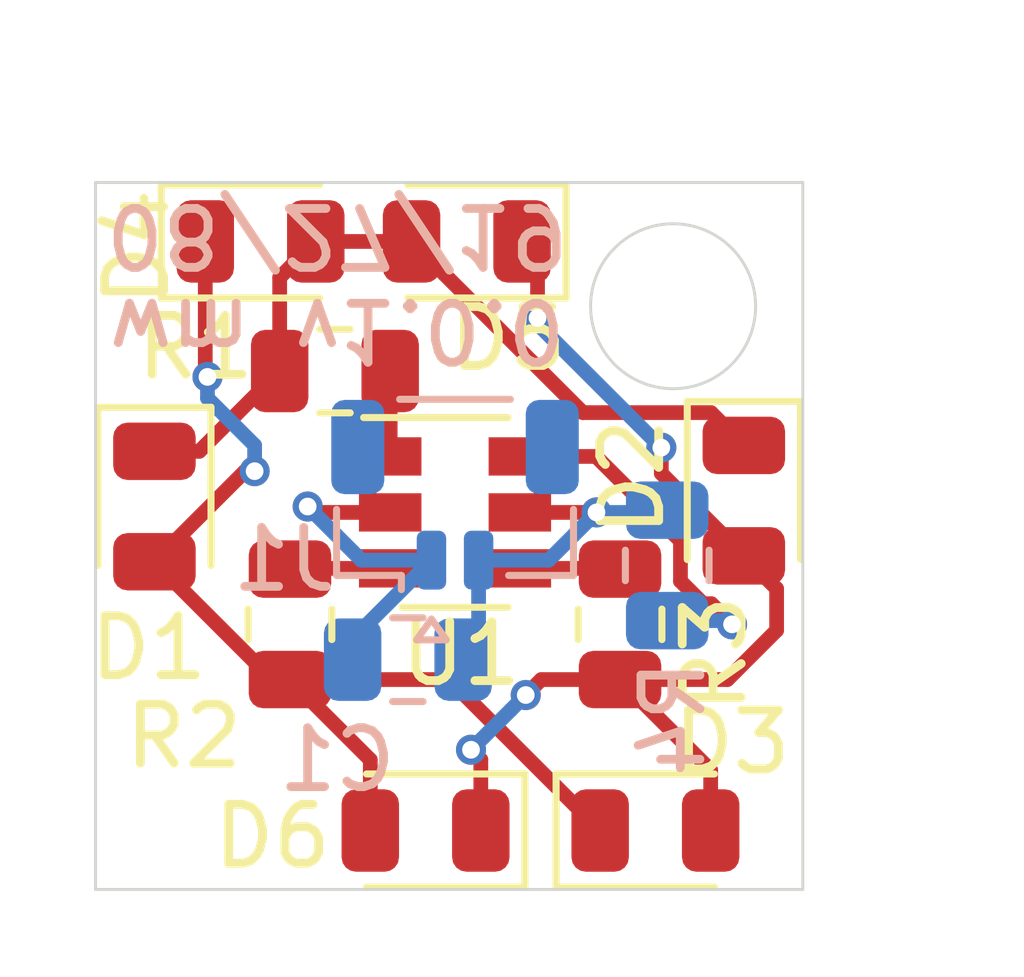
<source format=kicad_pcb>
(kicad_pcb (version 20171130) (host pcbnew "(5.1.4)-1")

  (general
    (thickness 1.6)
    (drawings 8)
    (tracks 77)
    (zones 0)
    (modules 13)
    (nets 10)
  )

  (page A4)
  (layers
    (0 F.Cu signal)
    (31 B.Cu signal)
    (32 B.Adhes user hide)
    (33 F.Adhes user hide)
    (34 B.Paste user hide)
    (35 F.Paste user hide)
    (36 B.SilkS user hide)
    (37 F.SilkS user hide)
    (38 B.Mask user hide)
    (39 F.Mask user)
    (40 Dwgs.User user)
    (41 Cmts.User user)
    (42 Eco1.User user)
    (43 Eco2.User user)
    (44 Edge.Cuts user)
    (45 Margin user)
    (46 B.CrtYd user)
    (47 F.CrtYd user)
    (48 B.Fab user)
    (49 F.Fab user)
  )

  (setup
    (last_trace_width 0.25)
    (user_trace_width 0.2)
    (trace_clearance 0.2)
    (zone_clearance 0.508)
    (zone_45_only no)
    (trace_min 0.2)
    (via_size 0.8)
    (via_drill 0.4)
    (via_min_size 0.4)
    (via_min_drill 0.3)
    (user_via 0.51 0.3)
    (uvia_size 0.3)
    (uvia_drill 0.1)
    (uvias_allowed no)
    (uvia_min_size 0.2)
    (uvia_min_drill 0.1)
    (edge_width 0.05)
    (segment_width 0.2)
    (pcb_text_width 0.3)
    (pcb_text_size 1.5 1.5)
    (mod_edge_width 0.12)
    (mod_text_size 1 1)
    (mod_text_width 0.15)
    (pad_size 1.524 1.524)
    (pad_drill 0.762)
    (pad_to_mask_clearance 0.051)
    (solder_mask_min_width 0.25)
    (aux_axis_origin 0 0)
    (visible_elements 7FFFFFFF)
    (pcbplotparams
      (layerselection 0x010fc_ffffffff)
      (usegerberextensions false)
      (usegerberattributes false)
      (usegerberadvancedattributes false)
      (creategerberjobfile false)
      (excludeedgelayer true)
      (linewidth 0.100000)
      (plotframeref false)
      (viasonmask false)
      (mode 1)
      (useauxorigin false)
      (hpglpennumber 1)
      (hpglpenspeed 20)
      (hpglpendiameter 15.000000)
      (psnegative false)
      (psa4output false)
      (plotreference true)
      (plotvalue true)
      (plotinvisibletext false)
      (padsonsilk false)
      (subtractmaskfromsilk false)
      (outputformat 1)
      (mirror false)
      (drillshape 1)
      (scaleselection 1)
      (outputdirectory ""))
  )

  (net 0 "")
  (net 1 "Net-(D1-Pad1)")
  (net 2 "Net-(D1-Pad2)")
  (net 3 "Net-(D2-Pad2)")
  (net 4 /GND)
  (net 5 /+5V)
  (net 6 "Net-(R1-Pad2)")
  (net 7 "Net-(R2-Pad2)")
  (net 8 "Net-(R3-Pad2)")
  (net 9 "Net-(R4-Pad2)")

  (net_class Default "This is the default net class."
    (clearance 0.2)
    (trace_width 0.25)
    (via_dia 0.8)
    (via_drill 0.4)
    (uvia_dia 0.3)
    (uvia_drill 0.1)
    (add_net /+5V)
    (add_net /GND)
    (add_net "Net-(D1-Pad1)")
    (add_net "Net-(D1-Pad2)")
    (add_net "Net-(D2-Pad2)")
    (add_net "Net-(R1-Pad2)")
    (add_net "Net-(R2-Pad2)")
    (add_net "Net-(R3-Pad2)")
    (add_net "Net-(R4-Pad2)")
  )

  (module Resistor_SMD:R_0805_2012Metric (layer B.Cu) (tedit 5B36C52B) (tstamp 5D6635AF)
    (at 174.6 110.5 270)
    (descr "Resistor SMD 0805 (2012 Metric), square (rectangular) end terminal, IPC_7351 nominal, (Body size source: https://docs.google.com/spreadsheets/d/1BsfQQcO9C6DZCsRaXUlFlo91Tg2WpOkGARC1WS5S8t0/edit?usp=sharing), generated with kicad-footprint-generator")
    (tags resistor)
    (path /5D670F7E)
    (attr smd)
    (fp_text reference R4 (at 2.6 -0.1 90) (layer B.SilkS)
      (effects (font (size 1 1) (thickness 0.15)) (justify mirror))
    )
    (fp_text value 10kR (at 0 -1.65 90) (layer B.Fab)
      (effects (font (size 1 1) (thickness 0.15)) (justify mirror))
    )
    (fp_text user %R (at 0 0 90) (layer B.Fab)
      (effects (font (size 0.5 0.5) (thickness 0.08)) (justify mirror))
    )
    (fp_line (start 1.68 -0.95) (end -1.68 -0.95) (layer B.CrtYd) (width 0.05))
    (fp_line (start 1.68 0.95) (end 1.68 -0.95) (layer B.CrtYd) (width 0.05))
    (fp_line (start -1.68 0.95) (end 1.68 0.95) (layer B.CrtYd) (width 0.05))
    (fp_line (start -1.68 -0.95) (end -1.68 0.95) (layer B.CrtYd) (width 0.05))
    (fp_line (start -0.258578 -0.71) (end 0.258578 -0.71) (layer B.SilkS) (width 0.12))
    (fp_line (start -0.258578 0.71) (end 0.258578 0.71) (layer B.SilkS) (width 0.12))
    (fp_line (start 1 -0.6) (end -1 -0.6) (layer B.Fab) (width 0.1))
    (fp_line (start 1 0.6) (end 1 -0.6) (layer B.Fab) (width 0.1))
    (fp_line (start -1 0.6) (end 1 0.6) (layer B.Fab) (width 0.1))
    (fp_line (start -1 -0.6) (end -1 0.6) (layer B.Fab) (width 0.1))
    (pad 2 smd roundrect (at 0.9375 0 270) (size 0.975 1.4) (layers B.Cu B.Paste B.Mask) (roundrect_rratio 0.25)
      (net 9 "Net-(R4-Pad2)"))
    (pad 1 smd roundrect (at -0.9375 0 270) (size 0.975 1.4) (layers B.Cu B.Paste B.Mask) (roundrect_rratio 0.25)
      (net 5 /+5V))
    (model ${KISYS3DMOD}/Resistor_SMD.3dshapes/R_0805_2012Metric.wrl
      (at (xyz 0 0 0))
      (scale (xyz 1 1 1))
      (rotate (xyz 0 0 0))
    )
  )

  (module Capacitor_SMD:C_0805_2012Metric (layer B.Cu) (tedit 5B36C52B) (tstamp 5D663430)
    (at 170.2 112.1 180)
    (descr "Capacitor SMD 0805 (2012 Metric), square (rectangular) end terminal, IPC_7351 nominal, (Body size source: https://docs.google.com/spreadsheets/d/1BsfQQcO9C6DZCsRaXUlFlo91Tg2WpOkGARC1WS5S8t0/edit?usp=sharing), generated with kicad-footprint-generator")
    (tags capacitor)
    (path /5D670924)
    (attr smd)
    (fp_text reference C1 (at 1.2 -1.7) (layer B.SilkS)
      (effects (font (size 1 1) (thickness 0.15)) (justify mirror))
    )
    (fp_text value 4.7uF (at 0 -1.65) (layer B.Fab)
      (effects (font (size 1 1) (thickness 0.15)) (justify mirror))
    )
    (fp_text user %R (at 0 0) (layer B.Fab)
      (effects (font (size 0.5 0.5) (thickness 0.08)) (justify mirror))
    )
    (fp_line (start 1.68 -0.95) (end -1.68 -0.95) (layer B.CrtYd) (width 0.05))
    (fp_line (start 1.68 0.95) (end 1.68 -0.95) (layer B.CrtYd) (width 0.05))
    (fp_line (start -1.68 0.95) (end 1.68 0.95) (layer B.CrtYd) (width 0.05))
    (fp_line (start -1.68 -0.95) (end -1.68 0.95) (layer B.CrtYd) (width 0.05))
    (fp_line (start -0.258578 -0.71) (end 0.258578 -0.71) (layer B.SilkS) (width 0.12))
    (fp_line (start -0.258578 0.71) (end 0.258578 0.71) (layer B.SilkS) (width 0.12))
    (fp_line (start 1 -0.6) (end -1 -0.6) (layer B.Fab) (width 0.1))
    (fp_line (start 1 0.6) (end 1 -0.6) (layer B.Fab) (width 0.1))
    (fp_line (start -1 0.6) (end 1 0.6) (layer B.Fab) (width 0.1))
    (fp_line (start -1 -0.6) (end -1 0.6) (layer B.Fab) (width 0.1))
    (pad 2 smd roundrect (at 0.9375 0 180) (size 0.975 1.4) (layers B.Cu B.Paste B.Mask) (roundrect_rratio 0.25)
      (net 4 /GND))
    (pad 1 smd roundrect (at -0.9375 0 180) (size 0.975 1.4) (layers B.Cu B.Paste B.Mask) (roundrect_rratio 0.25)
      (net 5 /+5V))
    (model ${KISYS3DMOD}/Capacitor_SMD.3dshapes/C_0805_2012Metric.wrl
      (at (xyz 0 0 0))
      (scale (xyz 1 1 1))
      (rotate (xyz 0 0 0))
    )
  )

  (module Resistor_SMD:R_0805_2012Metric (layer F.Cu) (tedit 5B36C52B) (tstamp 5D66158E)
    (at 173.8 111.5 90)
    (descr "Resistor SMD 0805 (2012 Metric), square (rectangular) end terminal, IPC_7351 nominal, (Body size source: https://docs.google.com/spreadsheets/d/1BsfQQcO9C6DZCsRaXUlFlo91Tg2WpOkGARC1WS5S8t0/edit?usp=sharing), generated with kicad-footprint-generator")
    (tags resistor)
    (path /5D665427)
    (attr smd)
    (fp_text reference R3 (at -0.5 1.6 90) (layer F.SilkS)
      (effects (font (size 1 1) (thickness 0.15)))
    )
    (fp_text value 220R (at 0 1.65 90) (layer F.Fab)
      (effects (font (size 1 1) (thickness 0.15)))
    )
    (fp_line (start -1 0.6) (end -1 -0.6) (layer F.Fab) (width 0.1))
    (fp_line (start -1 -0.6) (end 1 -0.6) (layer F.Fab) (width 0.1))
    (fp_line (start 1 -0.6) (end 1 0.6) (layer F.Fab) (width 0.1))
    (fp_line (start 1 0.6) (end -1 0.6) (layer F.Fab) (width 0.1))
    (fp_line (start -0.258578 -0.71) (end 0.258578 -0.71) (layer F.SilkS) (width 0.12))
    (fp_line (start -0.258578 0.71) (end 0.258578 0.71) (layer F.SilkS) (width 0.12))
    (fp_line (start -1.68 0.95) (end -1.68 -0.95) (layer F.CrtYd) (width 0.05))
    (fp_line (start -1.68 -0.95) (end 1.68 -0.95) (layer F.CrtYd) (width 0.05))
    (fp_line (start 1.68 -0.95) (end 1.68 0.95) (layer F.CrtYd) (width 0.05))
    (fp_line (start 1.68 0.95) (end -1.68 0.95) (layer F.CrtYd) (width 0.05))
    (fp_text user %R (at 0 0 90) (layer F.Fab)
      (effects (font (size 0.5 0.5) (thickness 0.08)))
    )
    (pad 1 smd roundrect (at -0.9375 0 90) (size 0.975 1.4) (layers F.Cu F.Paste F.Mask) (roundrect_rratio 0.25)
      (net 3 "Net-(D2-Pad2)"))
    (pad 2 smd roundrect (at 0.9375 0 90) (size 0.975 1.4) (layers F.Cu F.Paste F.Mask) (roundrect_rratio 0.25)
      (net 8 "Net-(R3-Pad2)"))
    (model ${KISYS3DMOD}/Resistor_SMD.3dshapes/R_0805_2012Metric.wrl
      (at (xyz 0 0 0))
      (scale (xyz 1 1 1))
      (rotate (xyz 0 0 0))
    )
  )

  (module Resistor_SMD:R_0805_2012Metric (layer F.Cu) (tedit 5B36C52B) (tstamp 5D66157D)
    (at 168.2 111.5 90)
    (descr "Resistor SMD 0805 (2012 Metric), square (rectangular) end terminal, IPC_7351 nominal, (Body size source: https://docs.google.com/spreadsheets/d/1BsfQQcO9C6DZCsRaXUlFlo91Tg2WpOkGARC1WS5S8t0/edit?usp=sharing), generated with kicad-footprint-generator")
    (tags resistor)
    (path /5D664E25)
    (attr smd)
    (fp_text reference R2 (at -1.9 -1.8 180) (layer F.SilkS)
      (effects (font (size 1 1) (thickness 0.15)))
    )
    (fp_text value 220R (at 0 1.65 90) (layer F.Fab)
      (effects (font (size 1 1) (thickness 0.15)))
    )
    (fp_line (start -1 0.6) (end -1 -0.6) (layer F.Fab) (width 0.1))
    (fp_line (start -1 -0.6) (end 1 -0.6) (layer F.Fab) (width 0.1))
    (fp_line (start 1 -0.6) (end 1 0.6) (layer F.Fab) (width 0.1))
    (fp_line (start 1 0.6) (end -1 0.6) (layer F.Fab) (width 0.1))
    (fp_line (start -0.258578 -0.71) (end 0.258578 -0.71) (layer F.SilkS) (width 0.12))
    (fp_line (start -0.258578 0.71) (end 0.258578 0.71) (layer F.SilkS) (width 0.12))
    (fp_line (start -1.68 0.95) (end -1.68 -0.95) (layer F.CrtYd) (width 0.05))
    (fp_line (start -1.68 -0.95) (end 1.68 -0.95) (layer F.CrtYd) (width 0.05))
    (fp_line (start 1.68 -0.95) (end 1.68 0.95) (layer F.CrtYd) (width 0.05))
    (fp_line (start 1.68 0.95) (end -1.68 0.95) (layer F.CrtYd) (width 0.05))
    (fp_text user %R (at 0 0 90) (layer F.Fab)
      (effects (font (size 0.5 0.5) (thickness 0.08)))
    )
    (pad 1 smd roundrect (at -0.9375 0 90) (size 0.975 1.4) (layers F.Cu F.Paste F.Mask) (roundrect_rratio 0.25)
      (net 2 "Net-(D1-Pad2)"))
    (pad 2 smd roundrect (at 0.9375 0 90) (size 0.975 1.4) (layers F.Cu F.Paste F.Mask) (roundrect_rratio 0.25)
      (net 7 "Net-(R2-Pad2)"))
    (model ${KISYS3DMOD}/Resistor_SMD.3dshapes/R_0805_2012Metric.wrl
      (at (xyz 0 0 0))
      (scale (xyz 1 1 1))
      (rotate (xyz 0 0 0))
    )
  )

  (module Resistor_SMD:R_0805_2012Metric (layer F.Cu) (tedit 5B36C52B) (tstamp 5D66156C)
    (at 168.9625 107.2)
    (descr "Resistor SMD 0805 (2012 Metric), square (rectangular) end terminal, IPC_7351 nominal, (Body size source: https://docs.google.com/spreadsheets/d/1BsfQQcO9C6DZCsRaXUlFlo91Tg2WpOkGARC1WS5S8t0/edit?usp=sharing), generated with kicad-footprint-generator")
    (tags resistor)
    (path /5D66058A)
    (attr smd)
    (fp_text reference R1 (at -2.3625 -0.4) (layer F.SilkS)
      (effects (font (size 1 1) (thickness 0.15)))
    )
    (fp_text value 220R (at 0 1.65) (layer F.Fab)
      (effects (font (size 1 1) (thickness 0.15)))
    )
    (fp_text user %R (at 0 0) (layer F.Fab)
      (effects (font (size 0.5 0.5) (thickness 0.08)))
    )
    (fp_line (start 1.68 0.95) (end -1.68 0.95) (layer F.CrtYd) (width 0.05))
    (fp_line (start 1.68 -0.95) (end 1.68 0.95) (layer F.CrtYd) (width 0.05))
    (fp_line (start -1.68 -0.95) (end 1.68 -0.95) (layer F.CrtYd) (width 0.05))
    (fp_line (start -1.68 0.95) (end -1.68 -0.95) (layer F.CrtYd) (width 0.05))
    (fp_line (start -0.258578 0.71) (end 0.258578 0.71) (layer F.SilkS) (width 0.12))
    (fp_line (start -0.258578 -0.71) (end 0.258578 -0.71) (layer F.SilkS) (width 0.12))
    (fp_line (start 1 0.6) (end -1 0.6) (layer F.Fab) (width 0.1))
    (fp_line (start 1 -0.6) (end 1 0.6) (layer F.Fab) (width 0.1))
    (fp_line (start -1 -0.6) (end 1 -0.6) (layer F.Fab) (width 0.1))
    (fp_line (start -1 0.6) (end -1 -0.6) (layer F.Fab) (width 0.1))
    (pad 2 smd roundrect (at 0.9375 0) (size 0.975 1.4) (layers F.Cu F.Paste F.Mask) (roundrect_rratio 0.25)
      (net 6 "Net-(R1-Pad2)"))
    (pad 1 smd roundrect (at -0.9375 0) (size 0.975 1.4) (layers F.Cu F.Paste F.Mask) (roundrect_rratio 0.25)
      (net 1 "Net-(D1-Pad1)"))
    (model ${KISYS3DMOD}/Resistor_SMD.3dshapes/R_0805_2012Metric.wrl
      (at (xyz 0 0 0))
      (scale (xyz 1 1 1))
      (rotate (xyz 0 0 0))
    )
  )

  (module LED_SMD:LED_0805_2012Metric (layer F.Cu) (tedit 5B36C52C) (tstamp 5D6561DA)
    (at 165.9 109.5 270)
    (descr "LED SMD 0805 (2012 Metric), square (rectangular) end terminal, IPC_7351 nominal, (Body size source: https://docs.google.com/spreadsheets/d/1BsfQQcO9C6DZCsRaXUlFlo91Tg2WpOkGARC1WS5S8t0/edit?usp=sharing), generated with kicad-footprint-generator")
    (tags diode)
    (path /5D6404FA)
    (attr smd)
    (fp_text reference D1 (at 2.4 0.1 180) (layer F.SilkS)
      (effects (font (size 1 1) (thickness 0.15)))
    )
    (fp_text value LED (at 0 1.65 90) (layer F.Fab)
      (effects (font (size 1 1) (thickness 0.15)))
    )
    (fp_line (start 1 -0.6) (end -0.7 -0.6) (layer F.Fab) (width 0.1))
    (fp_line (start -0.7 -0.6) (end -1 -0.3) (layer F.Fab) (width 0.1))
    (fp_line (start -1 -0.3) (end -1 0.6) (layer F.Fab) (width 0.1))
    (fp_line (start -1 0.6) (end 1 0.6) (layer F.Fab) (width 0.1))
    (fp_line (start 1 0.6) (end 1 -0.6) (layer F.Fab) (width 0.1))
    (fp_line (start 1 -0.96) (end -1.685 -0.96) (layer F.SilkS) (width 0.12))
    (fp_line (start -1.685 -0.96) (end -1.685 0.96) (layer F.SilkS) (width 0.12))
    (fp_line (start -1.685 0.96) (end 1 0.96) (layer F.SilkS) (width 0.12))
    (fp_line (start -1.68 0.95) (end -1.68 -0.95) (layer F.CrtYd) (width 0.05))
    (fp_line (start -1.68 -0.95) (end 1.68 -0.95) (layer F.CrtYd) (width 0.05))
    (fp_line (start 1.68 -0.95) (end 1.68 0.95) (layer F.CrtYd) (width 0.05))
    (fp_line (start 1.68 0.95) (end -1.68 0.95) (layer F.CrtYd) (width 0.05))
    (fp_text user %R (at 0 0 90) (layer F.Fab)
      (effects (font (size 0.5 0.5) (thickness 0.08)))
    )
    (pad 1 smd roundrect (at -0.9375 0 270) (size 0.975 1.4) (layers F.Cu F.Paste F.Mask) (roundrect_rratio 0.25)
      (net 1 "Net-(D1-Pad1)"))
    (pad 2 smd roundrect (at 0.9375 0 270) (size 0.975 1.4) (layers F.Cu F.Paste F.Mask) (roundrect_rratio 0.25)
      (net 2 "Net-(D1-Pad2)"))
    (model ${KISYS3DMOD}/LED_SMD.3dshapes/LED_0805_2012Metric.wrl
      (at (xyz 0 0 0))
      (scale (xyz 1 1 1))
      (rotate (xyz 0 0 0))
    )
  )

  (module LED_SMD:LED_0805_2012Metric (layer F.Cu) (tedit 5B36C52C) (tstamp 5D6561ED)
    (at 175.9 109.4 270)
    (descr "LED SMD 0805 (2012 Metric), square (rectangular) end terminal, IPC_7351 nominal, (Body size source: https://docs.google.com/spreadsheets/d/1BsfQQcO9C6DZCsRaXUlFlo91Tg2WpOkGARC1WS5S8t0/edit?usp=sharing), generated with kicad-footprint-generator")
    (tags diode)
    (path /5D642A70)
    (attr smd)
    (fp_text reference D2 (at -0.4 1.9 90) (layer F.SilkS)
      (effects (font (size 1 1) (thickness 0.15)))
    )
    (fp_text value LED (at 0 1.65 90) (layer F.Fab)
      (effects (font (size 1 1) (thickness 0.15)))
    )
    (fp_line (start 1 -0.6) (end -0.7 -0.6) (layer F.Fab) (width 0.1))
    (fp_line (start -0.7 -0.6) (end -1 -0.3) (layer F.Fab) (width 0.1))
    (fp_line (start -1 -0.3) (end -1 0.6) (layer F.Fab) (width 0.1))
    (fp_line (start -1 0.6) (end 1 0.6) (layer F.Fab) (width 0.1))
    (fp_line (start 1 0.6) (end 1 -0.6) (layer F.Fab) (width 0.1))
    (fp_line (start 1 -0.96) (end -1.685 -0.96) (layer F.SilkS) (width 0.12))
    (fp_line (start -1.685 -0.96) (end -1.685 0.96) (layer F.SilkS) (width 0.12))
    (fp_line (start -1.685 0.96) (end 1 0.96) (layer F.SilkS) (width 0.12))
    (fp_line (start -1.68 0.95) (end -1.68 -0.95) (layer F.CrtYd) (width 0.05))
    (fp_line (start -1.68 -0.95) (end 1.68 -0.95) (layer F.CrtYd) (width 0.05))
    (fp_line (start 1.68 -0.95) (end 1.68 0.95) (layer F.CrtYd) (width 0.05))
    (fp_line (start 1.68 0.95) (end -1.68 0.95) (layer F.CrtYd) (width 0.05))
    (fp_text user %R (at 0 0 90) (layer F.Fab)
      (effects (font (size 0.5 0.5) (thickness 0.08)))
    )
    (pad 1 smd roundrect (at -0.9375 0 270) (size 0.975 1.4) (layers F.Cu F.Paste F.Mask) (roundrect_rratio 0.25)
      (net 1 "Net-(D1-Pad1)"))
    (pad 2 smd roundrect (at 0.9375 0 270) (size 0.975 1.4) (layers F.Cu F.Paste F.Mask) (roundrect_rratio 0.25)
      (net 3 "Net-(D2-Pad2)"))
    (model ${KISYS3DMOD}/LED_SMD.3dshapes/LED_0805_2012Metric.wrl
      (at (xyz 0 0 0))
      (scale (xyz 1 1 1))
      (rotate (xyz 0 0 0))
    )
  )

  (module LED_SMD:LED_0805_2012Metric (layer F.Cu) (tedit 5B36C52C) (tstamp 5D656200)
    (at 174.4 115)
    (descr "LED SMD 0805 (2012 Metric), square (rectangular) end terminal, IPC_7351 nominal, (Body size source: https://docs.google.com/spreadsheets/d/1BsfQQcO9C6DZCsRaXUlFlo91Tg2WpOkGARC1WS5S8t0/edit?usp=sharing), generated with kicad-footprint-generator")
    (tags diode)
    (path /5D643360)
    (attr smd)
    (fp_text reference D3 (at 1.3 -1.5) (layer F.SilkS)
      (effects (font (size 1 1) (thickness 0.15)))
    )
    (fp_text value LED (at 0 1.65) (layer F.Fab)
      (effects (font (size 1 1) (thickness 0.15)))
    )
    (fp_line (start 1 -0.6) (end -0.7 -0.6) (layer F.Fab) (width 0.1))
    (fp_line (start -0.7 -0.6) (end -1 -0.3) (layer F.Fab) (width 0.1))
    (fp_line (start -1 -0.3) (end -1 0.6) (layer F.Fab) (width 0.1))
    (fp_line (start -1 0.6) (end 1 0.6) (layer F.Fab) (width 0.1))
    (fp_line (start 1 0.6) (end 1 -0.6) (layer F.Fab) (width 0.1))
    (fp_line (start 1 -0.96) (end -1.685 -0.96) (layer F.SilkS) (width 0.12))
    (fp_line (start -1.685 -0.96) (end -1.685 0.96) (layer F.SilkS) (width 0.12))
    (fp_line (start -1.685 0.96) (end 1 0.96) (layer F.SilkS) (width 0.12))
    (fp_line (start -1.68 0.95) (end -1.68 -0.95) (layer F.CrtYd) (width 0.05))
    (fp_line (start -1.68 -0.95) (end 1.68 -0.95) (layer F.CrtYd) (width 0.05))
    (fp_line (start 1.68 -0.95) (end 1.68 0.95) (layer F.CrtYd) (width 0.05))
    (fp_line (start 1.68 0.95) (end -1.68 0.95) (layer F.CrtYd) (width 0.05))
    (fp_text user %R (at 0 0) (layer F.Fab)
      (effects (font (size 0.5 0.5) (thickness 0.08)))
    )
    (pad 1 smd roundrect (at -0.9375 0) (size 0.975 1.4) (layers F.Cu F.Paste F.Mask) (roundrect_rratio 0.25)
      (net 2 "Net-(D1-Pad2)"))
    (pad 2 smd roundrect (at 0.9375 0) (size 0.975 1.4) (layers F.Cu F.Paste F.Mask) (roundrect_rratio 0.25)
      (net 3 "Net-(D2-Pad2)"))
    (model ${KISYS3DMOD}/LED_SMD.3dshapes/LED_0805_2012Metric.wrl
      (at (xyz 0 0 0))
      (scale (xyz 1 1 1))
      (rotate (xyz 0 0 0))
    )
  )

  (module LED_SMD:LED_0805_2012Metric (layer F.Cu) (tedit 5B36C52C) (tstamp 5D656213)
    (at 167.7 105)
    (descr "LED SMD 0805 (2012 Metric), square (rectangular) end terminal, IPC_7351 nominal, (Body size source: https://docs.google.com/spreadsheets/d/1BsfQQcO9C6DZCsRaXUlFlo91Tg2WpOkGARC1WS5S8t0/edit?usp=sharing), generated with kicad-footprint-generator")
    (tags diode)
    (path /5D6434EF)
    (attr smd)
    (fp_text reference D4 (at -2.1 0.1 90) (layer F.SilkS)
      (effects (font (size 1 1) (thickness 0.15)))
    )
    (fp_text value LED (at 0 1.65) (layer F.Fab)
      (effects (font (size 1 1) (thickness 0.15)))
    )
    (fp_text user %R (at 0 0) (layer F.Fab)
      (effects (font (size 0.5 0.5) (thickness 0.08)))
    )
    (fp_line (start 1.68 0.95) (end -1.68 0.95) (layer F.CrtYd) (width 0.05))
    (fp_line (start 1.68 -0.95) (end 1.68 0.95) (layer F.CrtYd) (width 0.05))
    (fp_line (start -1.68 -0.95) (end 1.68 -0.95) (layer F.CrtYd) (width 0.05))
    (fp_line (start -1.68 0.95) (end -1.68 -0.95) (layer F.CrtYd) (width 0.05))
    (fp_line (start -1.685 0.96) (end 1 0.96) (layer F.SilkS) (width 0.12))
    (fp_line (start -1.685 -0.96) (end -1.685 0.96) (layer F.SilkS) (width 0.12))
    (fp_line (start 1 -0.96) (end -1.685 -0.96) (layer F.SilkS) (width 0.12))
    (fp_line (start 1 0.6) (end 1 -0.6) (layer F.Fab) (width 0.1))
    (fp_line (start -1 0.6) (end 1 0.6) (layer F.Fab) (width 0.1))
    (fp_line (start -1 -0.3) (end -1 0.6) (layer F.Fab) (width 0.1))
    (fp_line (start -0.7 -0.6) (end -1 -0.3) (layer F.Fab) (width 0.1))
    (fp_line (start 1 -0.6) (end -0.7 -0.6) (layer F.Fab) (width 0.1))
    (pad 2 smd roundrect (at 0.9375 0) (size 0.975 1.4) (layers F.Cu F.Paste F.Mask) (roundrect_rratio 0.25)
      (net 1 "Net-(D1-Pad1)"))
    (pad 1 smd roundrect (at -0.9375 0) (size 0.975 1.4) (layers F.Cu F.Paste F.Mask) (roundrect_rratio 0.25)
      (net 2 "Net-(D1-Pad2)"))
    (model ${KISYS3DMOD}/LED_SMD.3dshapes/LED_0805_2012Metric.wrl
      (at (xyz 0 0 0))
      (scale (xyz 1 1 1))
      (rotate (xyz 0 0 0))
    )
  )

  (module LED_SMD:LED_0805_2012Metric (layer F.Cu) (tedit 5B36C52C) (tstamp 5D656226)
    (at 171.2 105 180)
    (descr "LED SMD 0805 (2012 Metric), square (rectangular) end terminal, IPC_7351 nominal, (Body size source: https://docs.google.com/spreadsheets/d/1BsfQQcO9C6DZCsRaXUlFlo91Tg2WpOkGARC1WS5S8t0/edit?usp=sharing), generated with kicad-footprint-generator")
    (tags diode)
    (path /5D642DEB)
    (attr smd)
    (fp_text reference D5 (at -0.7 -1.65) (layer F.SilkS)
      (effects (font (size 1 1) (thickness 0.15)))
    )
    (fp_text value LED (at 0 1.65) (layer F.Fab)
      (effects (font (size 1 1) (thickness 0.15)))
    )
    (fp_text user %R (at 0 0) (layer F.Fab)
      (effects (font (size 0.5 0.5) (thickness 0.08)))
    )
    (fp_line (start 1.68 0.95) (end -1.68 0.95) (layer F.CrtYd) (width 0.05))
    (fp_line (start 1.68 -0.95) (end 1.68 0.95) (layer F.CrtYd) (width 0.05))
    (fp_line (start -1.68 -0.95) (end 1.68 -0.95) (layer F.CrtYd) (width 0.05))
    (fp_line (start -1.68 0.95) (end -1.68 -0.95) (layer F.CrtYd) (width 0.05))
    (fp_line (start -1.685 0.96) (end 1 0.96) (layer F.SilkS) (width 0.12))
    (fp_line (start -1.685 -0.96) (end -1.685 0.96) (layer F.SilkS) (width 0.12))
    (fp_line (start 1 -0.96) (end -1.685 -0.96) (layer F.SilkS) (width 0.12))
    (fp_line (start 1 0.6) (end 1 -0.6) (layer F.Fab) (width 0.1))
    (fp_line (start -1 0.6) (end 1 0.6) (layer F.Fab) (width 0.1))
    (fp_line (start -1 -0.3) (end -1 0.6) (layer F.Fab) (width 0.1))
    (fp_line (start -0.7 -0.6) (end -1 -0.3) (layer F.Fab) (width 0.1))
    (fp_line (start 1 -0.6) (end -0.7 -0.6) (layer F.Fab) (width 0.1))
    (pad 2 smd roundrect (at 0.9375 0 180) (size 0.975 1.4) (layers F.Cu F.Paste F.Mask) (roundrect_rratio 0.25)
      (net 1 "Net-(D1-Pad1)"))
    (pad 1 smd roundrect (at -0.9375 0 180) (size 0.975 1.4) (layers F.Cu F.Paste F.Mask) (roundrect_rratio 0.25)
      (net 3 "Net-(D2-Pad2)"))
    (model ${KISYS3DMOD}/LED_SMD.3dshapes/LED_0805_2012Metric.wrl
      (at (xyz 0 0 0))
      (scale (xyz 1 1 1))
      (rotate (xyz 0 0 0))
    )
  )

  (module LED_SMD:LED_0805_2012Metric (layer F.Cu) (tedit 5B36C52C) (tstamp 5D656239)
    (at 170.5 115 180)
    (descr "LED SMD 0805 (2012 Metric), square (rectangular) end terminal, IPC_7351 nominal, (Body size source: https://docs.google.com/spreadsheets/d/1BsfQQcO9C6DZCsRaXUlFlo91Tg2WpOkGARC1WS5S8t0/edit?usp=sharing), generated with kicad-footprint-generator")
    (tags diode)
    (path /5D642521)
    (attr smd)
    (fp_text reference D6 (at 2.6 -0.1) (layer F.SilkS)
      (effects (font (size 1 1) (thickness 0.15)))
    )
    (fp_text value LED (at 0 1.65) (layer F.Fab)
      (effects (font (size 1 1) (thickness 0.15)))
    )
    (fp_text user %R (at 0 0) (layer F.Fab)
      (effects (font (size 0.5 0.5) (thickness 0.08)))
    )
    (fp_line (start 1.68 0.95) (end -1.68 0.95) (layer F.CrtYd) (width 0.05))
    (fp_line (start 1.68 -0.95) (end 1.68 0.95) (layer F.CrtYd) (width 0.05))
    (fp_line (start -1.68 -0.95) (end 1.68 -0.95) (layer F.CrtYd) (width 0.05))
    (fp_line (start -1.68 0.95) (end -1.68 -0.95) (layer F.CrtYd) (width 0.05))
    (fp_line (start -1.685 0.96) (end 1 0.96) (layer F.SilkS) (width 0.12))
    (fp_line (start -1.685 -0.96) (end -1.685 0.96) (layer F.SilkS) (width 0.12))
    (fp_line (start 1 -0.96) (end -1.685 -0.96) (layer F.SilkS) (width 0.12))
    (fp_line (start 1 0.6) (end 1 -0.6) (layer F.Fab) (width 0.1))
    (fp_line (start -1 0.6) (end 1 0.6) (layer F.Fab) (width 0.1))
    (fp_line (start -1 -0.3) (end -1 0.6) (layer F.Fab) (width 0.1))
    (fp_line (start -0.7 -0.6) (end -1 -0.3) (layer F.Fab) (width 0.1))
    (fp_line (start 1 -0.6) (end -0.7 -0.6) (layer F.Fab) (width 0.1))
    (pad 2 smd roundrect (at 0.9375 0 180) (size 0.975 1.4) (layers F.Cu F.Paste F.Mask) (roundrect_rratio 0.25)
      (net 2 "Net-(D1-Pad2)"))
    (pad 1 smd roundrect (at -0.9375 0 180) (size 0.975 1.4) (layers F.Cu F.Paste F.Mask) (roundrect_rratio 0.25)
      (net 3 "Net-(D2-Pad2)"))
    (model ${KISYS3DMOD}/LED_SMD.3dshapes/LED_0805_2012Metric.wrl
      (at (xyz 0 0 0))
      (scale (xyz 1 1 1))
      (rotate (xyz 0 0 0))
    )
  )

  (module Connector_Hirose:Hirose_DF52-2S-0.8H_1x02-1MP_P0.80mm_Horizontal (layer B.Cu) (tedit 5B78AD86) (tstamp 5D656255)
    (at 171 109.3)
    (descr "Hirose  series connector, DF52-2S-0.8H (https://www.hirose.com/product/en/products/DF52/DF52-3S-0.8H%2821%29/), generated with kicad-footprint-generator")
    (tags "connector Hirose  top entry")
    (path /5D651B95)
    (attr smd)
    (fp_text reference J1 (at -2.9 1.1) (layer B.SilkS)
      (effects (font (size 1 1) (thickness 0.15)) (justify mirror))
    )
    (fp_text value Conn_01x02_Female (at 0 -2.81) (layer B.Fab)
      (effects (font (size 1 1) (thickness 0.15)) (justify mirror))
    )
    (fp_line (start -1.9 1.26) (end 1.9 1.26) (layer B.Fab) (width 0.1))
    (fp_line (start -2.01 0.25) (end -2.01 1.37) (layer B.SilkS) (width 0.12))
    (fp_line (start -2.01 1.37) (end -0.91 1.37) (layer B.SilkS) (width 0.12))
    (fp_line (start -0.91 1.37) (end -0.91 1.61) (layer B.SilkS) (width 0.12))
    (fp_line (start 2.01 0.25) (end 2.01 1.37) (layer B.SilkS) (width 0.12))
    (fp_line (start 2.01 1.37) (end 0.91 1.37) (layer B.SilkS) (width 0.12))
    (fp_line (start -0.94 -1.62) (end 0.94 -1.62) (layer B.SilkS) (width 0.12))
    (fp_line (start -1.9 -1.51) (end 1.9 -1.51) (layer B.Fab) (width 0.1))
    (fp_line (start -1.9 1.26) (end -1.9 -1.51) (layer B.Fab) (width 0.1))
    (fp_line (start 1.9 1.26) (end 1.9 -1.51) (layer B.Fab) (width 0.1))
    (fp_line (start -2.6 2.11) (end -2.6 -2.11) (layer B.CrtYd) (width 0.05))
    (fp_line (start -2.6 -2.11) (end 2.6 -2.11) (layer B.CrtYd) (width 0.05))
    (fp_line (start 2.6 -2.11) (end 2.6 2.11) (layer B.CrtYd) (width 0.05))
    (fp_line (start 2.6 2.11) (end -2.6 2.11) (layer B.CrtYd) (width 0.05))
    (fp_line (start -0.9 1.26) (end -0.4 0.552893) (layer B.Fab) (width 0.1))
    (fp_line (start -0.4 0.552893) (end 0.1 1.26) (layer B.Fab) (width 0.1))
    (fp_line (start -0.65 2.463553) (end -0.4 2.11) (layer B.SilkS) (width 0.12))
    (fp_line (start -0.4 2.11) (end -0.15 2.463553) (layer B.SilkS) (width 0.12))
    (fp_line (start -0.15 2.463553) (end -0.65 2.463553) (layer B.SilkS) (width 0.12))
    (fp_text user %R (at 0 -0.84) (layer B.Fab)
      (effects (font (size 0.95 0.95) (thickness 0.14)) (justify mirror))
    )
    (pad 1 smd roundrect (at -0.4 1.11) (size 0.5 1) (layers B.Cu B.Paste B.Mask) (roundrect_rratio 0.25)
      (net 4 /GND))
    (pad 2 smd roundrect (at 0.4 1.11) (size 0.5 1) (layers B.Cu B.Paste B.Mask) (roundrect_rratio 0.25)
      (net 5 /+5V))
    (pad MP smd roundrect (at -1.65 -0.81) (size 0.9 1.6) (layers B.Cu B.Paste B.Mask) (roundrect_rratio 0.25))
    (pad MP smd roundrect (at 1.65 -0.81) (size 0.9 1.6) (layers B.Cu B.Paste B.Mask) (roundrect_rratio 0.25))
    (model ${KISYS3DMOD}/Connector_Hirose.3dshapes/Hirose_DF52-2S-0.8H_1x02-1MP_P0.80mm_Horizontal.wrl
      (at (xyz 0 0 0))
      (scale (xyz 1 1 1))
      (rotate (xyz 0 0 0))
    )
  )

  (module Package_TO_SOT_SMD:SOT-23-6 (layer F.Cu) (tedit 5A02FF57) (tstamp 5D65626B)
    (at 171 109.6)
    (descr "6-pin SOT-23 package")
    (tags SOT-23-6)
    (path /5D63BDA8)
    (attr smd)
    (fp_text reference U1 (at 0.1 2.4) (layer F.SilkS)
      (effects (font (size 1 1) (thickness 0.15)))
    )
    (fp_text value ATtiny10-TS (at 0 2.9) (layer F.Fab)
      (effects (font (size 1 1) (thickness 0.15)))
    )
    (fp_text user %R (at 0 0 90) (layer F.Fab)
      (effects (font (size 0.5 0.5) (thickness 0.075)))
    )
    (fp_line (start -0.9 1.61) (end 0.9 1.61) (layer F.SilkS) (width 0.12))
    (fp_line (start 0.9 -1.61) (end -1.55 -1.61) (layer F.SilkS) (width 0.12))
    (fp_line (start 1.9 -1.8) (end -1.9 -1.8) (layer F.CrtYd) (width 0.05))
    (fp_line (start 1.9 1.8) (end 1.9 -1.8) (layer F.CrtYd) (width 0.05))
    (fp_line (start -1.9 1.8) (end 1.9 1.8) (layer F.CrtYd) (width 0.05))
    (fp_line (start -1.9 -1.8) (end -1.9 1.8) (layer F.CrtYd) (width 0.05))
    (fp_line (start -0.9 -0.9) (end -0.25 -1.55) (layer F.Fab) (width 0.1))
    (fp_line (start 0.9 -1.55) (end -0.25 -1.55) (layer F.Fab) (width 0.1))
    (fp_line (start -0.9 -0.9) (end -0.9 1.55) (layer F.Fab) (width 0.1))
    (fp_line (start 0.9 1.55) (end -0.9 1.55) (layer F.Fab) (width 0.1))
    (fp_line (start 0.9 -1.55) (end 0.9 1.55) (layer F.Fab) (width 0.1))
    (pad 1 smd rect (at -1.1 -0.95) (size 1.06 0.65) (layers F.Cu F.Paste F.Mask)
      (net 6 "Net-(R1-Pad2)"))
    (pad 2 smd rect (at -1.1 0) (size 1.06 0.65) (layers F.Cu F.Paste F.Mask)
      (net 4 /GND))
    (pad 3 smd rect (at -1.1 0.95) (size 1.06 0.65) (layers F.Cu F.Paste F.Mask)
      (net 7 "Net-(R2-Pad2)"))
    (pad 4 smd rect (at 1.1 0.95) (size 1.06 0.65) (layers F.Cu F.Paste F.Mask)
      (net 8 "Net-(R3-Pad2)"))
    (pad 6 smd rect (at 1.1 -0.95) (size 1.06 0.65) (layers F.Cu F.Paste F.Mask)
      (net 9 "Net-(R4-Pad2)"))
    (pad 5 smd rect (at 1.1 0) (size 1.06 0.65) (layers F.Cu F.Paste F.Mask)
      (net 5 /+5V))
    (model ${KISYS3DMOD}/Package_TO_SOT_SMD.3dshapes/SOT-23-6.wrl
      (at (xyz 0 0 0))
      (scale (xyz 1 1 1))
      (rotate (xyz 0 0 0))
    )
  )

  (gr_text "wm v1.0.0\n08/27/19" (at 169 105.7 180) (layer B.SilkS)
    (effects (font (size 1 1) (thickness 0.15)) (justify mirror))
  )
  (gr_circle (center 174.7 106.1) (end 176.1 106.1) (layer Edge.Cuts) (width 0.05))
  (dimension 12 (width 0.15) (layer Dwgs.User)
    (gr_text "12.000 mm" (at 179.3 110 270) (layer Dwgs.User)
      (effects (font (size 1 1) (thickness 0.15)))
    )
    (feature1 (pts (xy 176.9 116) (xy 178.586421 116)))
    (feature2 (pts (xy 176.9 104) (xy 178.586421 104)))
    (crossbar (pts (xy 178 104) (xy 178 116)))
    (arrow1a (pts (xy 178 116) (xy 177.413579 114.873496)))
    (arrow1b (pts (xy 178 116) (xy 178.586421 114.873496)))
    (arrow2a (pts (xy 178 104) (xy 177.413579 105.126504)))
    (arrow2b (pts (xy 178 104) (xy 178.586421 105.126504)))
  )
  (dimension 12 (width 0.15) (layer Dwgs.User)
    (gr_text "12.000 mm" (at 170.9 101.6) (layer Dwgs.User)
      (effects (font (size 1 1) (thickness 0.15)))
    )
    (feature1 (pts (xy 176.9 104) (xy 176.9 102.313579)))
    (feature2 (pts (xy 164.9 104) (xy 164.9 102.313579)))
    (crossbar (pts (xy 164.9 102.9) (xy 176.9 102.9)))
    (arrow1a (pts (xy 176.9 102.9) (xy 175.773496 103.486421)))
    (arrow1b (pts (xy 176.9 102.9) (xy 175.773496 102.313579)))
    (arrow2a (pts (xy 164.9 102.9) (xy 166.026504 103.486421)))
    (arrow2b (pts (xy 164.9 102.9) (xy 166.026504 102.313579)))
  )
  (gr_line (start 164.9 116) (end 164.9 104) (layer Edge.Cuts) (width 0.05) (tstamp 5D6563F8))
  (gr_line (start 176.9 116) (end 164.9 116) (layer Edge.Cuts) (width 0.05))
  (gr_line (start 176.9 104) (end 176.9 116) (layer Edge.Cuts) (width 0.05))
  (gr_line (start 164.9 104) (end 176.9 104) (layer Edge.Cuts) (width 0.05))

  (segment (start 168.025 105.6125) (end 168.6375 105) (width 0.25) (layer F.Cu) (net 1))
  (segment (start 168.025 107.2) (end 168.025 105.6125) (width 0.25) (layer F.Cu) (net 1))
  (segment (start 166.6625 108.5625) (end 165.9 108.5625) (width 0.25) (layer F.Cu) (net 1))
  (segment (start 168.025 107.2) (end 166.6625 108.5625) (width 0.25) (layer F.Cu) (net 1))
  (segment (start 168.6375 105) (end 170.2625 105) (width 0.25) (layer F.Cu) (net 1))
  (segment (start 170.818737 105.556237) (end 170.2625 105) (width 0.25) (layer F.Cu) (net 1))
  (segment (start 173.168763 107.906263) (end 170.818737 105.556237) (width 0.25) (layer F.Cu) (net 1))
  (segment (start 175.343763 107.906263) (end 173.168763 107.906263) (width 0.25) (layer F.Cu) (net 1))
  (segment (start 175.9 108.4625) (end 175.343763 107.906263) (width 0.25) (layer F.Cu) (net 1))
  (segment (start 167.9 112.4375) (end 168.2 112.4375) (width 0.25) (layer F.Cu) (net 2))
  (segment (start 165.9 110.4375) (end 167.9 112.4375) (width 0.25) (layer F.Cu) (net 2))
  (segment (start 170.9 112.4375) (end 173.4625 115) (width 0.25) (layer F.Cu) (net 2))
  (segment (start 168.2 112.4375) (end 170.9 112.4375) (width 0.25) (layer F.Cu) (net 2))
  (via (at 166.8 107.3) (size 0.51) (drill 0.3) (layers F.Cu B.Cu) (net 2))
  (segment (start 166.7625 105) (end 166.7625 107.2625) (width 0.25) (layer F.Cu) (net 2))
  (segment (start 166.7625 107.2625) (end 166.8 107.3) (width 0.25) (layer F.Cu) (net 2))
  (segment (start 166.8 107.660624) (end 167.6 108.460624) (width 0.25) (layer B.Cu) (net 2))
  (segment (start 166.8 107.3) (end 166.8 107.660624) (width 0.25) (layer B.Cu) (net 2))
  (via (at 167.6 108.9) (size 0.51) (drill 0.3) (layers F.Cu B.Cu) (net 2))
  (segment (start 167.6 108.460624) (end 167.6 108.9) (width 0.25) (layer B.Cu) (net 2))
  (segment (start 167.4375 108.9) (end 165.9 110.4375) (width 0.25) (layer F.Cu) (net 2))
  (segment (start 167.6 108.9) (end 167.4375 108.9) (width 0.25) (layer F.Cu) (net 2))
  (segment (start 169.5625 113.8) (end 168.2 112.4375) (width 0.25) (layer F.Cu) (net 2))
  (segment (start 169.5625 115) (end 169.5625 113.8) (width 0.25) (layer F.Cu) (net 2))
  (segment (start 175.3375 113.975) (end 175.3375 115) (width 0.25) (layer F.Cu) (net 3))
  (segment (start 173.8 112.4375) (end 175.3375 113.975) (width 0.25) (layer F.Cu) (net 3))
  (via (at 172.2 112.7) (size 0.51) (drill 0.3) (layers F.Cu B.Cu) (net 3))
  (segment (start 173.8 112.4375) (end 172.4625 112.4375) (width 0.25) (layer F.Cu) (net 3))
  (segment (start 172.4625 112.4375) (end 172.2 112.7) (width 0.25) (layer F.Cu) (net 3))
  (segment (start 172.2 112.7) (end 171.945001 112.954999) (width 0.25) (layer B.Cu) (net 3))
  (via (at 171.271128 113.628872) (size 0.51) (drill 0.3) (layers F.Cu B.Cu) (net 3))
  (segment (start 171.945001 112.954999) (end 171.271128 113.628872) (width 0.25) (layer B.Cu) (net 3))
  (via (at 174.5 108.5) (size 0.51) (drill 0.3) (layers F.Cu B.Cu) (net 3))
  (via (at 172.4 106.3) (size 0.51) (drill 0.3) (layers F.Cu B.Cu) (net 3))
  (segment (start 172.4 105.2625) (end 172.1375 105) (width 0.25) (layer F.Cu) (net 3))
  (segment (start 172.4 106.3) (end 172.4 105.2625) (width 0.25) (layer F.Cu) (net 3))
  (segment (start 171.4375 113.795244) (end 171.271128 113.628872) (width 0.25) (layer F.Cu) (net 3))
  (segment (start 171.4375 115) (end 171.4375 113.795244) (width 0.25) (layer F.Cu) (net 3))
  (segment (start 176.456237 110.893737) (end 175.9 110.3375) (width 0.25) (layer F.Cu) (net 3))
  (segment (start 176.456237 111.602165) (end 176.456237 110.893737) (width 0.25) (layer F.Cu) (net 3))
  (segment (start 175.620902 112.4375) (end 176.456237 111.602165) (width 0.25) (layer F.Cu) (net 3))
  (segment (start 173.8 112.4375) (end 175.620902 112.4375) (width 0.25) (layer F.Cu) (net 3))
  (segment (start 174.5 108.9375) (end 174.5 108.5) (width 0.25) (layer F.Cu) (net 3))
  (segment (start 175.9 110.3375) (end 174.5 108.9375) (width 0.25) (layer F.Cu) (net 3))
  (segment (start 172.4 106.4) (end 172.4 106.3) (width 0.25) (layer B.Cu) (net 3))
  (segment (start 174.5 108.5) (end 172.4 106.4) (width 0.25) (layer B.Cu) (net 3))
  (via (at 168.5 109.5) (size 0.51) (drill 0.3) (layers F.Cu B.Cu) (net 4))
  (segment (start 169.2625 111.7475) (end 170.6 110.41) (width 0.25) (layer B.Cu) (net 4))
  (segment (start 169.2625 112.1) (end 169.2625 111.7475) (width 0.25) (layer B.Cu) (net 4))
  (segment (start 168.6 109.6) (end 168.5 109.5) (width 0.25) (layer F.Cu) (net 4))
  (segment (start 169.9 109.6) (end 168.6 109.6) (width 0.25) (layer F.Cu) (net 4))
  (segment (start 169.41 110.41) (end 168.5 109.5) (width 0.25) (layer B.Cu) (net 4))
  (segment (start 170.6 110.41) (end 169.41 110.41) (width 0.25) (layer B.Cu) (net 4))
  (via (at 173.4 109.6) (size 0.51) (drill 0.3) (layers F.Cu B.Cu) (net 5))
  (segment (start 171.4 111.8375) (end 171.1375 112.1) (width 0.25) (layer B.Cu) (net 5))
  (segment (start 171.4 110.41) (end 171.4 111.8375) (width 0.25) (layer B.Cu) (net 5))
  (segment (start 172.1 109.6) (end 173.4 109.6) (width 0.25) (layer F.Cu) (net 5))
  (segment (start 172.59 110.41) (end 171.4 110.41) (width 0.25) (layer B.Cu) (net 5))
  (segment (start 173.4 109.6) (end 172.59 110.41) (width 0.25) (layer B.Cu) (net 5))
  (segment (start 174.5625 109.6) (end 174.6 109.5625) (width 0.25) (layer B.Cu) (net 5))
  (segment (start 173.4 109.6) (end 174.5625 109.6) (width 0.25) (layer B.Cu) (net 5))
  (segment (start 169.9 107.4625) (end 169.6375 107.2) (width 0.25) (layer F.Cu) (net 6))
  (segment (start 169.9 108.65) (end 169.9 107.2) (width 0.25) (layer F.Cu) (net 6))
  (segment (start 168.2125 110.55) (end 168.2 110.5625) (width 0.25) (layer F.Cu) (net 7))
  (segment (start 169.9 110.55) (end 168.2125 110.55) (width 0.25) (layer F.Cu) (net 7))
  (segment (start 173.7875 110.55) (end 173.8 110.5625) (width 0.25) (layer F.Cu) (net 8))
  (segment (start 172.1 110.55) (end 173.7875 110.55) (width 0.25) (layer F.Cu) (net 8))
  (via (at 175.7 111.5) (size 0.51) (drill 0.3) (layers F.Cu B.Cu) (net 9))
  (segment (start 174.6 111.4375) (end 175.6375 111.4375) (width 0.25) (layer B.Cu) (net 9))
  (segment (start 175.6375 111.4375) (end 175.7 111.5) (width 0.25) (layer B.Cu) (net 9))
  (segment (start 172.88 108.65) (end 172.1 108.65) (width 0.25) (layer F.Cu) (net 9))
  (segment (start 175.35001 111.15001) (end 175.20816 111.15001) (width 0.25) (layer F.Cu) (net 9))
  (segment (start 175.7 111.5) (end 175.35001 111.15001) (width 0.25) (layer F.Cu) (net 9))
  (segment (start 175.20816 111.15001) (end 174.82501 110.76686) (width 0.25) (layer F.Cu) (net 9))
  (segment (start 174.82501 110.76686) (end 174.82501 110.08316) (width 0.25) (layer F.Cu) (net 9))
  (segment (start 174.82501 110.08316) (end 173.39185 108.65) (width 0.25) (layer F.Cu) (net 9))
  (segment (start 173.39185 108.65) (end 172.88 108.65) (width 0.25) (layer F.Cu) (net 9))

)

</source>
